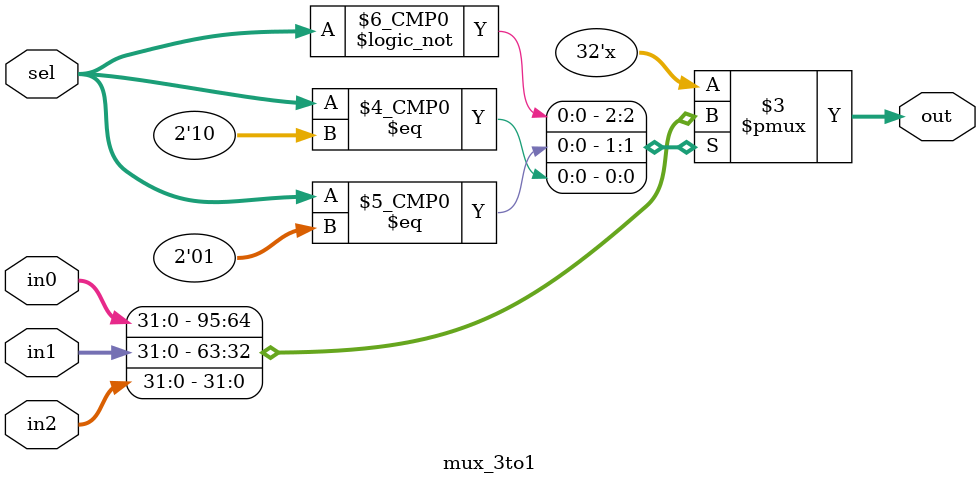
<source format=v>
`timescale 1ns / 1ps

module mux_3to1 #(parameter n=32)(
input [n-1:0] in0, in1, in2,
input [1:0] sel,
output reg [n-1:0] out
);
always @(*)
 begin
  casex(sel)
   2'b00: out=in0;
   2'b01: out=in1;
   2'b10: out=in2;
   2'b11: out=32'bx;
   default: out= 32'bx;
  endcase
 end
endmodule


</source>
